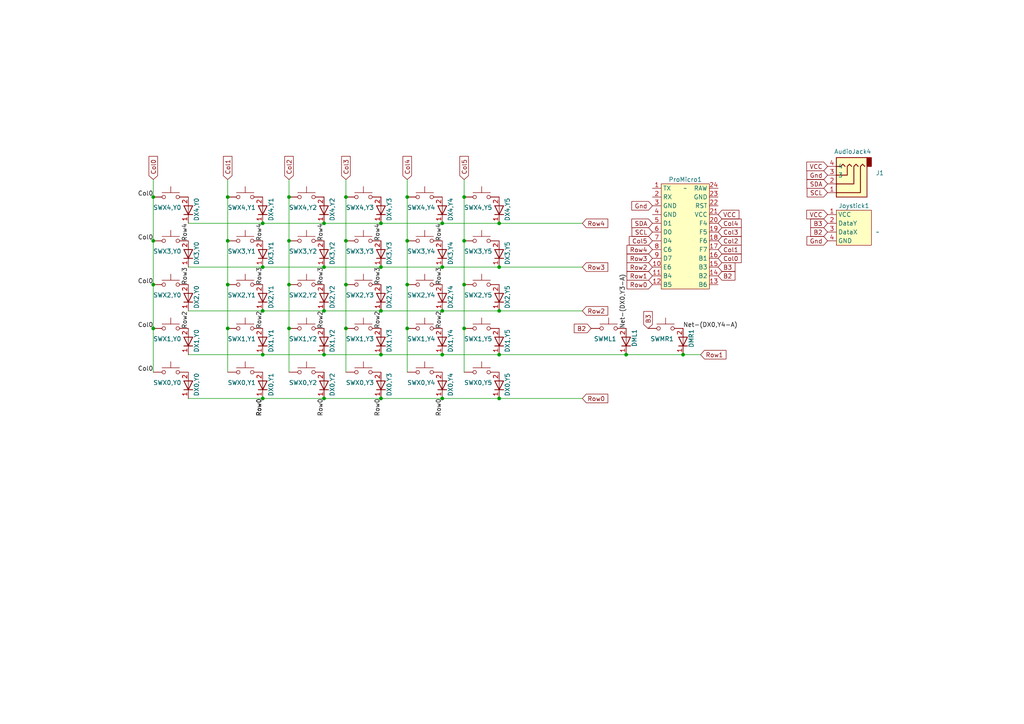
<source format=kicad_sch>
(kicad_sch (version 20231120) (generator "eeschema") (generator_version "8.0")
  (paper "A4")
  (lib_symbols
    (symbol "Arduino:Arduino_Promicro"
      (property "Reference" "ProMicro" (at 6.35 31.75 0))
      (symbol "Arduino_Promicro_0_1"
        (rectangle (start 0 30.48) (end 13.97 0) (fill (type background)))
      )
      (symbol "Arduino_Promicro_1_1"
        (pin bidirectional line (at -2.54 29.21 0) (length 2.54) (name "TX") (number "1"))
        (pin bidirectional line (at -2.54 6.35 0) (length 2.54) (name "E6") (number "10"))
        (pin bidirectional line (at -2.54 3.81 0) (length 2.54) (name "B4") (number "11"))
        (pin bidirectional line (at -2.54 1.27 0) (length 2.54) (name "B5") (number "12"))
        (pin bidirectional line (at 16.51 1.27 180) (length 2.54) (name "B6") (number "13"))
        (pin bidirectional line (at 16.51 3.81 180) (length 2.54) (name "B2") (number "14"))
        (pin bidirectional line (at 16.51 6.35 180) (length 2.54) (name "B3") (number "15"))
        (pin bidirectional line (at 16.51 8.89 180) (length 2.54) (name "B1") (number "16"))
        (pin bidirectional line (at 16.51 11.43 180) (length 2.54) (name "F7") (number "17"))
        (pin bidirectional line (at 16.51 13.97 180) (length 2.54) (name "F6") (number "18"))
        (pin bidirectional line (at 16.51 16.51 180) (length 2.54) (name "F5") (number "19"))
        (pin bidirectional line (at -2.54 26.67 0) (length 2.54) (name "RX") (number "2"))
        (pin bidirectional line (at 16.51 19.05 180) (length 2.54) (name "F4") (number "20"))
        (pin power_in line (at 16.51 21.59 180) (length 2.54) (name "VCC") (number "21"))
        (pin bidirectional line (at 16.51 24.13 180) (length 2.54) (name "RST") (number "22"))
        (pin bidirectional line (at 16.51 26.67 180) (length 2.54) (name "GND") (number "23"))
        (pin bidirectional line (at 16.51 29.21 180) (length 2.54) (name "RAW") (number "24"))
        (pin bidirectional line (at -2.54 24.13 0) (length 2.54) (name "GND") (number "3"))
        (pin bidirectional line (at -2.54 21.59 0) (length 2.54) (name "GND") (number "4"))
        (pin bidirectional line (at -2.54 19.05 0) (length 2.54) (name "D1") (number "5"))
        (pin bidirectional line (at -2.54 16.51 0) (length 2.54) (name "D0") (number "6"))
        (pin bidirectional line (at -2.54 13.97 0) (length 2.54) (name "D4") (number "7"))
        (pin bidirectional line (at -2.54 11.43 0) (length 2.54) (name "C6") (number "8"))
        (pin bidirectional line (at -2.54 8.89 0) (length 2.54) (name "D7") (number "9"))
      )
    )
    (symbol "Arduino:Joystick"
      (property "Reference" "Joystick" (at 5.08 11.43 0))
      (symbol "Joystick_1_1"
        (rectangle (start 0 10.16) (end 10.16 0) (fill (type background)))
        (pin power_in line (at -2.54 8.89 0) (length 2.54) (name "VCC") (number "1"))
        (pin output line (at -2.54 6.35 0) (length 2.54) (name "DataY") (number "2"))
        (pin output line (at -2.54 3.81 0) (length 2.54) (name "DataX") (number "3"))
        (pin bidirectional line (at -2.54 1.27 0) (length 2.54) (name "GND") (number "4"))
      )
    )
    (symbol "Connector_Audio:AudioJack4"
      (property "Reference" "J1" (at -8.89 -3.1751 0))
      (property "Value" "AudioJack4" (at -8.89 -0.6351 0))
      (symbol "AudioJack4_0_1"
        (rectangle (start -6.35 -5.08) (end -7.62 -7.62) (stroke (width 0.254)) (fill (type outline)))
        (polyline (pts (xy 0 -5.08) (xy 0.635 -5.715) (xy 1.27 -5.08) (xy 2.54 -5.08)) (stroke (width 0.254)))
        (polyline (pts (xy -5.715 -5.08) (xy -5.08 -5.715) (xy -4.445 -5.08) (xy -4.445 2.54) (xy 2.54 2.54)) (stroke (width 0.254)))
        (polyline (pts (xy -1.905 -5.08) (xy -1.27 -5.715) (xy -0.635 -5.08) (xy -0.635 -2.54) (xy 2.54 -2.54)) (stroke (width 0.254)))
        (polyline (pts (xy 2.54 0) (xy -2.54 0) (xy -2.54 -5.08) (xy -3.175 -5.715) (xy -3.81 -5.08)) (stroke (width 0.254)))
        (rectangle (start 2.54 3.81) (end -6.35 -7.62) (stroke (width 0.254)) (fill (type background)))
      )
      (symbol "AudioJack4_1_1"
        (pin passive line (at 5.08 2.54 180) (length 2.54) (name "~") (number "1"))
        (pin passive line (at 5.08 0 180) (length 2.54) (name "~") (number "2"))
        (pin passive line (at 5.08 -2.54 180) (length 2.54) (name "3") (number "3"))
        (pin passive line (at 5.08 -5.08 180) (length 2.54) (name "4") (number "4"))
      )
    )
    (symbol "Simulation_SPICE:D" (pin_names (offset 1.016) hide)
      (property "Reference" "D" (at 0 2.54 0))
      (property "Value" "D" (at 0 -2.54 0))
      (symbol "D_0_1"
        (polyline (pts (xy -1.27 1.27) (xy -1.27 -1.27)) (stroke (width 0.254)))
        (polyline (pts (xy 1.27 0) (xy -1.27 0)))
        (polyline (pts (xy 1.27 1.27) (xy 1.27 -1.27) (xy -1.27 0) (xy 1.27 1.27)) (stroke (width 0.254)))
      )
      (symbol "D_1_1"
        (pin passive line (at -3.81 0 0) (length 2.54) (name "K") (number "1"))
        (pin passive line (at 3.81 0 180) (length 2.54) (name "A") (number "2"))
      )
    )
    (symbol "Switch:SW_Push" (pin_numbers hide) (pin_names (offset 1.016) hide)
      (property "Reference" "SW" (at 1.27 2.54 0))
      (property "Value" "SW_Push" (at 0 -1.524 0))
      (symbol "SW_Push_0_1"
        (circle (center -2.032 0) (radius 0.508))
        (polyline (pts (xy 0 1.27) (xy 0 3.048)))
        (polyline (pts (xy 2.54 1.27) (xy -2.54 1.27)))
        (circle (center 2.032 0) (radius 0.508))
        (pin passive line (at -5.08 0 0) (length 2.54) (name "1") (number "1"))
        (pin passive line (at 5.08 0 180) (length 2.54) (name "2") (number "2"))
      )
    )
  )
  (junction (at 44.45 82.55))
  (junction (at 134.62 82.55))
  (junction (at 76.2 90.17))
  (junction (at 110.49 102.87))
  (junction (at 118.11 57.15))
  (junction (at 100.33 57.15))
  (junction (at 76.2 102.87))
  (junction (at 110.49 90.17))
  (junction (at 144.78 102.87))
  (junction (at 44.45 69.85))
  (junction (at 44.45 95.25))
  (junction (at 144.78 90.17))
  (junction (at 128.27 102.87))
  (junction (at 110.49 77.47))
  (junction (at 93.98 64.77))
  (junction (at 83.82 69.85))
  (junction (at 118.11 82.55))
  (junction (at 134.62 69.85))
  (junction (at 76.2 115.57))
  (junction (at 134.62 95.25))
  (junction (at 66.04 82.55))
  (junction (at 144.78 115.57))
  (junction (at 93.98 115.57))
  (junction (at 93.98 90.17))
  (junction (at 128.27 115.57))
  (junction (at 93.98 102.87))
  (junction (at 134.62 57.15))
  (junction (at 76.2 64.77))
  (junction (at 76.2 77.47))
  (junction (at 100.33 82.55))
  (junction (at 128.27 77.47))
  (junction (at 110.49 64.77))
  (junction (at 100.33 95.25))
  (junction (at 83.82 57.15))
  (junction (at 144.78 64.77))
  (junction (at 128.27 90.17))
  (junction (at 118.11 95.25))
  (junction (at 198.12 102.87))
  (junction (at 128.27 64.77))
  (junction (at 181.61 102.87))
  (junction (at 66.04 57.15))
  (junction (at 66.04 95.25))
  (junction (at 83.82 82.55))
  (junction (at 44.45 57.15))
  (junction (at 66.04 69.85))
  (junction (at 118.11 69.85))
  (junction (at 93.98 77.47))
  (junction (at 83.82 95.25))
  (junction (at 100.33 69.85))
  (junction (at 110.49 115.57))
  (junction (at 144.78 77.47))
  (wire (pts (xy 110.49 102.87) (xy 128.27 102.87)))
  (wire (pts (xy 93.98 77.47) (xy 110.49 77.47)))
  (wire (pts (xy 144.78 90.17) (xy 168.91 90.17)))
  (wire (pts (xy 134.62 95.25) (xy 134.62 107.95)))
  (wire (pts (xy 44.45 82.55) (xy 44.45 95.25)))
  (wire (pts (xy 66.04 57.15) (xy 66.04 69.85)))
  (wire (pts (xy 128.27 102.87) (xy 144.78 102.87)))
  (wire (pts (xy 128.27 90.17) (xy 144.78 90.17)))
  (wire (pts (xy 110.49 90.17) (xy 128.27 90.17)))
  (wire (pts (xy 134.62 52.07) (xy 134.62 57.15)))
  (wire (pts (xy 144.78 115.57) (xy 168.91 115.57)))
  (wire (pts (xy 100.33 95.25) (xy 100.33 107.95)))
  (wire (pts (xy 44.45 57.15) (xy 44.45 69.85)))
  (wire (pts (xy 118.11 52.07) (xy 118.11 57.15)))
  (wire (pts (xy 66.04 69.85) (xy 66.04 82.55)))
  (wire (pts (xy 100.33 57.15) (xy 100.33 69.85)))
  (wire (pts (xy 128.27 64.77) (xy 144.78 64.77)))
  (wire (pts (xy 128.27 115.57) (xy 144.78 115.57)))
  (wire (pts (xy 66.04 82.55) (xy 66.04 95.25)))
  (wire (pts (xy 93.98 102.87) (xy 110.49 102.87)))
  (wire (pts (xy 118.11 82.55) (xy 118.11 95.25)))
  (wire (pts (xy 100.33 69.85) (xy 100.33 82.55)))
  (wire (pts (xy 44.45 52.07) (xy 44.45 57.15)))
  (wire (pts (xy 118.11 95.25) (xy 118.11 107.95)))
  (wire (pts (xy 54.61 64.77) (xy 76.2 64.77)))
  (wire (pts (xy 144.78 77.47) (xy 168.91 77.47)))
  (wire (pts (xy 93.98 90.17) (xy 110.49 90.17)))
  (wire (pts (xy 144.78 64.77) (xy 168.91 64.77)))
  (wire (pts (xy 110.49 115.57) (xy 128.27 115.57)))
  (wire (pts (xy 44.45 95.25) (xy 44.45 107.95)))
  (wire (pts (xy 118.11 69.85) (xy 118.11 82.55)))
  (wire (pts (xy 134.62 69.85) (xy 134.62 82.55)))
  (wire (pts (xy 83.82 95.25) (xy 83.82 107.95)))
  (wire (pts (xy 83.82 82.55) (xy 83.82 95.25)))
  (wire (pts (xy 118.11 57.15) (xy 118.11 69.85)))
  (wire (pts (xy 54.61 102.87) (xy 76.2 102.87)))
  (wire (pts (xy 128.27 77.47) (xy 144.78 77.47)))
  (wire (pts (xy 83.82 52.07) (xy 83.82 57.15)))
  (wire (pts (xy 110.49 77.47) (xy 128.27 77.47)))
  (wire (pts (xy 83.82 69.85) (xy 83.82 82.55)))
  (wire (pts (xy 66.04 95.25) (xy 66.04 107.95)))
  (wire (pts (xy 76.2 64.77) (xy 93.98 64.77)))
  (wire (pts (xy 76.2 90.17) (xy 93.98 90.17)))
  (wire (pts (xy 198.12 102.87) (xy 203.2 102.87)))
  (wire (pts (xy 134.62 82.55) (xy 134.62 95.25)))
  (wire (pts (xy 93.98 64.77) (xy 110.49 64.77)))
  (wire (pts (xy 54.61 90.17) (xy 76.2 90.17)))
  (wire (pts (xy 144.78 102.87) (xy 181.61 102.87)))
  (wire (pts (xy 83.82 57.15) (xy 83.82 69.85)))
  (wire (pts (xy 134.62 57.15) (xy 134.62 69.85)))
  (wire (pts (xy 54.61 115.57) (xy 76.2 115.57)))
  (wire (pts (xy 54.61 77.47) (xy 76.2 77.47)))
  (wire (pts (xy 93.98 115.57) (xy 110.49 115.57)))
  (wire (pts (xy 66.04 52.07) (xy 66.04 57.15)))
  (wire (pts (xy 44.45 69.85) (xy 44.45 82.55)))
  (wire (pts (xy 76.2 77.47) (xy 93.98 77.47)))
  (wire (pts (xy 110.49 64.77) (xy 128.27 64.77)))
  (wire (pts (xy 100.33 82.55) (xy 100.33 95.25)))
  (wire (pts (xy 76.2 102.87) (xy 93.98 102.87)))
  (wire (pts (xy 76.2 115.57) (xy 93.98 115.57)))
  (wire (pts (xy 100.33 52.07) (xy 100.33 57.15)))
  (wire (pts (xy 181.61 102.87) (xy 198.12 102.87)))
  (label "Row0" (at 76.2 115.57 270))
  (label "Row2" (at 76.2 90.17 270))
  (label "Row2" (at 93.98 90.17 270))
  (label "Net-(DX0,Y4-A)" (at 198.12 95.25 0))
  (label "Row3" (at 110.49 77.47 270))
  (label "Row2" (at 110.49 90.17 270))
  (label "Col0" (at 44.45 107.95 180))
  (label "Row3" (at 128.27 77.47 270))
  (label "Net-(DX0,Y3-A)" (at 181.61 95.25 90))
  (label "Row3" (at 93.98 77.47 270))
  (label "Row2" (at 128.27 90.17 270))
  (label "Row0" (at 76.2 115.57 270))
  (label "Row4" (at 93.98 64.77 270))
  (label "Row3" (at 54.61 77.47 270))
  (label "Row4" (at 76.2 64.77 270))
  (label "Row0" (at 110.49 115.57 270))
  (label "Row2" (at 54.61 90.17 270))
  (label "Row4" (at 110.49 64.77 270))
  (label "Row0" (at 93.98 115.57 270))
  (label "Col0" (at 44.45 82.55 180))
  (label "Col0" (at 44.45 57.15 180))
  (label "Row0" (at 128.27 115.57 270))
  (label "Col0" (at 44.45 95.25 180))
  (label "Row4" (at 54.61 64.77 270))
  (label "Row3" (at 76.2 77.47 270))
  (label "Col0" (at 44.45 69.85 180))
  (label "Row4" (at 128.27 64.77 270))
  (global_label "Col2" (shape input) (at 83.82 52.07 90) (property "Intersheetrefs" "${INTERSHEET_REFS}" (effects (hide yes))))
  (global_label "Row1" (shape input) (at 189.23 80.01 180) (property "Intersheetrefs" "${INTERSHEET_REFS}" (effects (hide yes))))
  (global_label "Row3" (shape input) (at 168.91 77.47 0) (property "Intersheetrefs" "${INTERSHEET_REFS}" (effects (hide yes))))
  (global_label "Row0" (shape input) (at 168.91 115.57 0) (property "Intersheetrefs" "${INTERSHEET_REFS}" (effects (hide yes))))
  (global_label "Col0" (shape input) (at 44.45 52.07 90) (property "Intersheetrefs" "${INTERSHEET_REFS}" (effects (hide yes))))
  (global_label "VCC" (shape input) (at 240.03 48.26 180) (property "Intersheetrefs" "${INTERSHEET_REFS}" (effects (hide yes))))
  (global_label "Col3" (shape input) (at 208.28 67.31 0) (property "Intersheetrefs" "${INTERSHEET_REFS}" (effects (hide yes))))
  (global_label "Col2" (shape input) (at 208.28 69.85 0) (property "Intersheetrefs" "${INTERSHEET_REFS}" (effects (hide yes))))
  (global_label "Row4" (shape input) (at 168.91 64.77 0) (property "Intersheetrefs" "${INTERSHEET_REFS}" (effects (hide yes))))
  (global_label "Col4" (shape input) (at 118.11 52.07 90) (property "Intersheetrefs" "${INTERSHEET_REFS}" (effects (hide yes))))
  (global_label "Row3" (shape input) (at 189.23 74.93 180) (property "Intersheetrefs" "${INTERSHEET_REFS}" (effects (hide yes))))
  (global_label "Col3" (shape input) (at 100.33 52.07 90) (property "Intersheetrefs" "${INTERSHEET_REFS}" (effects (hide yes))))
  (global_label "B2" (shape input) (at 171.45 95.25 180) (property "Intersheetrefs" "${INTERSHEET_REFS}" (effects (hide yes))))
  (global_label "SDA" (shape input) (at 240.03 53.34 180) (property "Intersheetrefs" "${INTERSHEET_REFS}" (effects (hide yes))))
  (global_label "Col0" (shape input) (at 208.28 74.93 0) (property "Intersheetrefs" "${INTERSHEET_REFS}" (effects (hide yes))))
  (global_label "VCC" (shape input) (at 240.03 62.23 180) (property "Intersheetrefs" "${INTERSHEET_REFS}" (effects (hide yes))))
  (global_label "Row0" (shape input) (at 189.23 82.55 180) (property "Intersheetrefs" "${INTERSHEET_REFS}" (effects (hide yes))))
  (global_label "Gnd" (shape input) (at 240.03 50.8 180) (property "Intersheetrefs" "${INTERSHEET_REFS}" (effects (hide yes))))
  (global_label "Row4" (shape input) (at 189.23 72.39 180) (property "Intersheetrefs" "${INTERSHEET_REFS}" (effects (hide yes))))
  (global_label "B2" (shape input) (at 208.28 80.01 0) (property "Intersheetrefs" "${INTERSHEET_REFS}" (effects (hide yes))))
  (global_label "SDA" (shape input) (at 189.23 64.77 180) (property "Intersheetrefs" "${INTERSHEET_REFS}" (effects (hide yes))))
  (global_label "Col5" (shape input) (at 189.23 69.85 180) (property "Intersheetrefs" "${INTERSHEET_REFS}" (effects (hide yes))))
  (global_label "B3" (shape input) (at 187.96 95.25 90) (property "Intersheetrefs" "${INTERSHEET_REFS}" (effects (hide yes))))
  (global_label "Row1" (shape input) (at 203.2 102.87 0) (property "Intersheetrefs" "${INTERSHEET_REFS}" (effects (hide yes))))
  (global_label "SCL" (shape input) (at 189.23 67.31 180) (property "Intersheetrefs" "${INTERSHEET_REFS}" (effects (hide yes))))
  (global_label "SCL" (shape input) (at 240.03 55.88 180) (property "Intersheetrefs" "${INTERSHEET_REFS}" (effects (hide yes))))
  (global_label "VCC" (shape input) (at 208.28 62.23 0) (property "Intersheetrefs" "${INTERSHEET_REFS}" (effects (hide yes))))
  (global_label "B2" (shape input) (at 240.03 67.31 180) (property "Intersheetrefs" "${INTERSHEET_REFS}" (effects (hide yes))))
  (global_label "B3" (shape input) (at 208.28 77.47 0) (property "Intersheetrefs" "${INTERSHEET_REFS}" (effects (hide yes))))
  (global_label "Col1" (shape input) (at 208.28 72.39 0) (property "Intersheetrefs" "${INTERSHEET_REFS}" (effects (hide yes))))
  (global_label "Gnd" (shape input) (at 189.23 59.69 180) (property "Intersheetrefs" "${INTERSHEET_REFS}" (effects (hide yes))))
  (global_label "Row2" (shape input) (at 168.91 90.17 0) (property "Intersheetrefs" "${INTERSHEET_REFS}" (effects (hide yes))))
  (global_label "B3" (shape input) (at 240.03 64.77 180) (property "Intersheetrefs" "${INTERSHEET_REFS}" (effects (hide yes))))
  (global_label "Row2" (shape input) (at 189.23 77.47 180) (property "Intersheetrefs" "${INTERSHEET_REFS}" (effects (hide yes))))
  (global_label "Gnd" (shape input) (at 240.03 69.85 180) (property "Intersheetrefs" "${INTERSHEET_REFS}" (effects (hide yes))))
  (global_label "Col1" (shape input) (at 66.04 52.07 90) (property "Intersheetrefs" "${INTERSHEET_REFS}" (effects (hide yes))))
  (global_label "Col4" (shape input) (at 208.28 64.77 0) (property "Intersheetrefs" "${INTERSHEET_REFS}" (effects (hide yes))))
  (global_label "Col5" (shape input) (at 134.62 52.07 90) (property "Intersheetrefs" "${INTERSHEET_REFS}" (effects (hide yes))))
  (symbol (lib_id "Switch:SW_Push") (at 88.9 57.15 0) (unit 1)
    (property "Reference" "SWX4,Y2" (at 87.884 60.198 0))
    (property "Footprint" "keyswitches.pretty-master:Kailh_socket_PG1350_optional_reversible" (effects (hide yes)))
  )
  (symbol (lib_id "Switch:SW_Push") (at 139.7 69.85 0) (unit 1)
    (property "Reference" "SWX3,Y5" (at 138.684 72.898 0))
    (property "Footprint" "keyswitches.pretty-master:Kailh_socket_PG1350_optional_reversible" (effects (hide yes)))
  )
  (symbol (lib_id "Switch:SW_Push") (at 71.12 57.15 0) (unit 1)
    (property "Reference" "SWX4,Y1" (at 70.104 60.198 0))
    (property "Footprint" "keyswitches.pretty-master:Kailh_socket_PG1350_optional_reversible" (effects (hide yes)))
  )
  (symbol (lib_id "Switch:SW_Push") (at 139.7 82.55 0) (unit 1)
    (property "Reference" "SWX2,Y5" (at 138.684 85.598 0))
    (property "Footprint" "keyswitches.pretty-master:Kailh_socket_PG1350_optional_reversible" (effects (hide yes)))
  )
  (symbol (lib_id "Switch:SW_Push") (at 123.19 82.55 0) (unit 1)
    (property "Reference" "SWX2,Y4" (at 122.174 85.598 0))
    (property "Footprint" "keyswitches.pretty-master:Kailh_socket_PG1350_optional_reversible" (effects (hide yes)))
  )
  (symbol (lib_id "Simulation_SPICE:D") (at 128.27 86.36 90) (unit 1)
    (property "Reference" "DX2,Y4" (at 130.6667 82.7405 0) (effects (justify right)))
    (property "Footprint" "Custom:D_SOD-123_bothside" (effects (hide yes)))
    (property "Sim.Pins" "1=K 2=A" (effects (hide yes)))
  )
  (symbol (lib_id "Switch:SW_Push") (at 105.41 107.95 0) (unit 1)
    (property "Reference" "SWX0,Y3" (at 104.394 110.998 0))
    (property "Footprint" "keyswitches.pretty-master:Kailh_socket_PG1350_optional_reversible" (effects (hide yes)))
  )
  (symbol (lib_id "Arduino:Joystick") (at 242.57 71.12 0) (unit 1)
    (property "Reference" "Joystick1" (at 243.1821 59.69 0) (effects (justify left)))
    (property "Value" "~" (at 254 67.31 0) (effects (justify left)))
    (property "Footprint" "arduino:joystick" (effects (hide yes)))
  )
  (symbol (lib_id "Simulation_SPICE:D") (at 54.61 99.06 90) (unit 1)
    (property "Reference" "DX1,Y0" (at 57.0067 95.4405 0) (effects (justify right)))
    (property "Footprint" "Custom:D_SOD-123_bothside" (effects (hide yes)))
    (property "Sim.Pins" "1=K 2=A" (effects (hide yes)))
  )
  (symbol (lib_id "Simulation_SPICE:D") (at 110.49 60.96 90) (unit 1)
    (property "Reference" "DX4,Y3" (at 112.8867 57.3405 0) (effects (justify right)))
    (property "Footprint" "Custom:D_SOD-123_bothside" (effects (hide yes)))
    (property "Sim.Pins" "1=K 2=A" (effects (hide yes)))
  )
  (symbol (lib_id "Switch:SW_Push") (at 123.19 107.95 0) (unit 1)
    (property "Reference" "SWX0,Y4" (at 122.174 110.998 0))
    (property "Footprint" "keyswitches.pretty-master:Kailh_socket_PG1350_optional_reversible" (effects (hide yes)))
  )
  (symbol (lib_id "Simulation_SPICE:D") (at 76.2 60.96 90) (unit 1)
    (property "Reference" "DX4,Y1" (at 78.5967 57.3405 0) (effects (justify right)))
    (property "Footprint" "Custom:D_SOD-123_bothside" (effects (hide yes)))
    (property "Sim.Pins" "1=K 2=A" (effects (hide yes)))
  )
  (symbol (lib_id "Switch:SW_Push") (at 123.19 57.15 0) (unit 1)
    (property "Reference" "SWX4,Y4" (at 122.174 60.198 0))
    (property "Footprint" "keyswitches.pretty-master:Kailh_socket_PG1350_optional_reversible" (effects (hide yes)))
  )
  (symbol (lib_id "Simulation_SPICE:D") (at 76.2 86.36 90) (unit 1)
    (property "Reference" "DX2,Y1" (at 78.5967 82.7405 0) (effects (justify right)))
    (property "Footprint" "Custom:D_SOD-123_bothside" (effects (hide yes)))
    (property "Sim.Pins" "1=K 2=A" (effects (hide yes)))
  )
  (symbol (lib_id "Switch:SW_Push") (at 105.41 82.55 0) (unit 1)
    (property "Reference" "SWX2,Y3" (at 104.394 85.598 0))
    (property "Footprint" "keyswitches.pretty-master:Kailh_socket_PG1350_optional_reversible" (effects (hide yes)))
  )
  (symbol (lib_id "Simulation_SPICE:D") (at 54.61 60.96 90) (unit 1)
    (property "Reference" "DX4,Y0" (at 57.0067 57.3405 0) (effects (justify right)))
    (property "Footprint" "Custom:D_SOD-123_bothside" (effects (hide yes)))
    (property "Sim.Pins" "1=K 2=A" (effects (hide yes)))
  )
  (symbol (lib_id "Simulation_SPICE:D") (at 181.61 99.06 90) (unit 1)
    (property "Reference" "DML1" (at 184.0067 95.4405 0) (effects (justify right)))
    (property "Footprint" "Custom:D_SOD-123_bothside" (effects (hide yes)))
    (property "Sim.Pins" "1=K 2=A" (effects (hide yes)))
  )
  (symbol (lib_id "Switch:SW_Push") (at 105.41 69.85 0) (unit 1)
    (property "Reference" "SWX3,Y3" (at 104.394 72.898 0))
    (property "Footprint" "keyswitches.pretty-master:Kailh_socket_PG1350_optional_reversible" (effects (hide yes)))
  )
  (symbol (lib_id "Simulation_SPICE:D") (at 144.78 99.06 90) (unit 1)
    (property "Reference" "DX1,Y5" (at 147.1767 95.4405 0) (effects (justify right)))
    (property "Footprint" "Custom:D_SOD-123_bothside" (effects (hide yes)))
    (property "Sim.Pins" "1=K 2=A" (effects (hide yes)))
  )
  (symbol (lib_id "Simulation_SPICE:D") (at 128.27 60.96 90) (unit 1)
    (property "Reference" "DX4,Y4" (at 130.6667 57.3405 0) (effects (justify right)))
    (property "Footprint" "Custom:D_SOD-123_bothside" (effects (hide yes)))
    (property "Sim.Pins" "1=K 2=A" (effects (hide yes)))
  )
  (symbol (lib_id "Switch:SW_Push") (at 105.41 95.25 0) (unit 1)
    (property "Reference" "SWX1,Y3" (at 104.394 98.298 0))
    (property "Footprint" "keyswitches.pretty-master:Kailh_socket_PG1350_optional_reversible" (effects (hide yes)))
  )
  (symbol (lib_id "Simulation_SPICE:D") (at 128.27 73.66 90) (unit 1)
    (property "Reference" "DX3,Y4" (at 130.6667 70.0405 0) (effects (justify right)))
    (property "Footprint" "Custom:D_SOD-123_bothside" (effects (hide yes)))
    (property "Sim.Pins" "1=K 2=A" (effects (hide yes)))
  )
  (symbol (lib_id "Simulation_SPICE:D") (at 144.78 86.36 90) (unit 1)
    (property "Reference" "DX2,Y5" (at 147.1767 82.7405 0) (effects (justify right)))
    (property "Footprint" "Custom:D_SOD-123_bothside" (effects (hide yes)))
    (property "Sim.Pins" "1=K 2=A" (effects (hide yes)))
  )
  (symbol (lib_id "Simulation_SPICE:D") (at 93.98 73.66 90) (unit 1)
    (property "Reference" "DX3,Y2" (at 96.3767 70.0405 0) (effects (justify right)))
    (property "Footprint" "Custom:D_SOD-123_bothside" (effects (hide yes)))
    (property "Sim.Pins" "1=K 2=A" (effects (hide yes)))
  )
  (symbol (lib_id "Switch:SW_Push") (at 123.19 69.85 0) (unit 1)
    (property "Reference" "SWX3,Y4" (at 122.174 72.898 0))
    (property "Footprint" "keyswitches.pretty-master:Kailh_socket_PG1350_optional_reversible" (effects (hide yes)))
  )
  (symbol (lib_id "Simulation_SPICE:D") (at 76.2 111.76 90) (unit 1)
    (property "Reference" "DX0,Y1" (at 78.5967 108.1405 0) (effects (justify right)))
    (property "Footprint" "Custom:D_SOD-123_bothside" (effects (hide yes)))
    (property "Sim.Pins" "1=K 2=A" (effects (hide yes)))
  )
  (symbol (lib_id "Simulation_SPICE:D") (at 93.98 60.96 90) (unit 1)
    (property "Reference" "DX4,Y2" (at 96.3767 57.3405 0) (effects (justify right)))
    (property "Footprint" "Custom:D_SOD-123_bothside" (effects (hide yes)))
    (property "Sim.Pins" "1=K 2=A" (effects (hide yes)))
  )
  (symbol (lib_id "Switch:SW_Push") (at 49.53 57.15 0) (unit 1)
    (property "Reference" "SWX4,Y0" (at 48.514 60.198 0))
    (property "Footprint" "keyswitches.pretty-master:Kailh_socket_PG1350_optional_reversible" (effects (hide yes)))
  )
  (symbol (lib_id "Simulation_SPICE:D") (at 198.12 99.06 90) (unit 1)
    (property "Reference" "DMR1" (at 200.5167 95.4405 0) (effects (justify right)))
    (property "Footprint" "Custom:D_SOD-123_bothside" (effects (hide yes)))
    (property "Sim.Pins" "1=K 2=A" (effects (hide yes)))
  )
  (symbol (lib_id "Switch:SW_Push") (at 176.53 95.25 0) (unit 1)
    (property "Reference" "SWML1" (at 175.514 98.298 0))
    (property "Footprint" "keyswitches.pretty-master:Kailh_socket_PG1350_optional_reversible" (effects (hide yes)))
  )
  (symbol (lib_id "Simulation_SPICE:D") (at 128.27 99.06 90) (unit 1)
    (property "Reference" "DX1,Y4" (at 130.6667 95.4405 0) (effects (justify right)))
    (property "Footprint" "Custom:D_SOD-123_bothside" (effects (hide yes)))
    (property "Sim.Pins" "1=K 2=A" (effects (hide yes)))
  )
  (symbol (lib_id "Simulation_SPICE:D") (at 110.49 86.36 90) (unit 1)
    (property "Reference" "DX2,Y3" (at 112.8867 82.7405 0) (effects (justify right)))
    (property "Footprint" "Custom:D_SOD-123_bothside" (effects (hide yes)))
    (property "Sim.Pins" "1=K 2=A" (effects (hide yes)))
  )
  (symbol (lib_id "Simulation_SPICE:D") (at 110.49 73.66 90) (unit 1)
    (property "Reference" "DX3,Y3" (at 112.8867 70.0405 0) (effects (justify right)))
    (property "Footprint" "Custom:D_SOD-123_bothside" (effects (hide yes)))
    (property "Sim.Pins" "1=K 2=A" (effects (hide yes)))
  )
  (symbol (lib_id "Simulation_SPICE:D") (at 54.61 73.66 90) (unit 1)
    (property "Reference" "DX3,Y0" (at 57.0067 70.0405 0) (effects (justify right)))
    (property "Footprint" "Custom:D_SOD-123_bothside" (effects (hide yes)))
    (property "Sim.Pins" "1=K 2=A" (effects (hide yes)))
  )
  (symbol (lib_id "Switch:SW_Push") (at 71.12 107.95 0) (unit 1)
    (property "Reference" "SWX0,Y1" (at 70.104 110.998 0))
    (property "Footprint" "keyswitches.pretty-master:Kailh_socket_PG1350_optional_reversible" (effects (hide yes)))
  )
  (symbol (lib_id "Switch:SW_Push") (at 139.7 107.95 0) (unit 1)
    (property "Reference" "SWX0,Y5" (at 138.684 110.998 0))
    (property "Footprint" "keyswitches.pretty-master:Kailh_socket_PG1350_optional_reversible" (effects (hide yes)))
  )
  (symbol (lib_id "Simulation_SPICE:D") (at 54.61 86.36 90) (unit 1)
    (property "Reference" "DX2,Y0" (at 57.0067 82.7405 0) (effects (justify right)))
    (property "Footprint" "Custom:D_SOD-123_bothside" (effects (hide yes)))
    (property "Sim.Pins" "1=K 2=A" (effects (hide yes)))
  )
  (symbol (lib_id "Simulation_SPICE:D") (at 93.98 99.06 90) (unit 1)
    (property "Reference" "DX1,Y2" (at 96.3767 95.4405 0) (effects (justify right)))
    (property "Footprint" "Custom:D_SOD-123_bothside" (effects (hide yes)))
    (property "Sim.Pins" "1=K 2=A" (effects (hide yes)))
  )
  (symbol (lib_id "Simulation_SPICE:D") (at 110.49 99.06 90) (unit 1)
    (property "Reference" "DX1,Y3" (at 112.8867 95.4405 0) (effects (justify right)))
    (property "Footprint" "Custom:D_SOD-123_bothside" (effects (hide yes)))
    (property "Sim.Pins" "1=K 2=A" (effects (hide yes)))
  )
  (symbol (lib_id "Switch:SW_Push") (at 105.41 57.15 0) (unit 1)
    (property "Reference" "SWX4,Y3" (at 104.394 60.198 0))
    (property "Footprint" "keyswitches.pretty-master:Kailh_socket_PG1350_optional_reversible" (effects (hide yes)))
  )
  (symbol (lib_id "Switch:SW_Push") (at 139.7 95.25 0) (unit 1)
    (property "Reference" "SWX1,Y5" (at 138.684 98.298 0))
    (property "Footprint" "keyswitches.pretty-master:Kailh_socket_PG1350_optional_reversible" (effects (hide yes)))
  )
  (symbol (lib_id "Simulation_SPICE:D") (at 93.98 111.76 90) (unit 1)
    (property "Reference" "DX0,Y2" (at 96.3767 108.1405 0) (effects (justify right)))
    (property "Footprint" "Custom:D_SOD-123_bothside" (effects (hide yes)))
    (property "Sim.Pins" "1=K 2=A" (effects (hide yes)))
  )
  (symbol (lib_id "Simulation_SPICE:D") (at 144.78 73.66 90) (unit 1)
    (property "Reference" "DX3,Y5" (at 147.1767 70.0405 0) (effects (justify right)))
    (property "Footprint" "Custom:D_SOD-123_bothside" (effects (hide yes)))
    (property "Sim.Pins" "1=K 2=A" (effects (hide yes)))
  )
  (symbol (lib_id "Arduino:Arduino_Promicro") (at 191.77 83.82 0) (unit 1)
    (property "Reference" "ProMicro1" (at 198.755 52.07 0))
    (property "Value" "~" (at 198.755 54.61 0))
    (property "Footprint" "Keebio-Parts.pretty-master:ArduinoProMicro" (effects (hide yes)))
  )
  (symbol (lib_id "Switch:SW_Push") (at 49.53 69.85 0) (unit 1)
    (property "Reference" "SWX3,Y0" (at 48.514 72.898 0))
    (property "Footprint" "keyswitches.pretty-master:Kailh_socket_PG1350_optional_reversible" (effects (hide yes)))
  )
  (symbol (lib_id "Switch:SW_Push") (at 193.04 95.25 0) (unit 1)
    (property "Reference" "SWMR1" (at 192.024 98.298 0))
    (property "Footprint" "keyswitches.pretty-master:Kailh_socket_PG1350_optional_reversible" (effects (hide yes)))
  )
  (symbol (lib_id "Switch:SW_Push") (at 88.9 69.85 0) (unit 1)
    (property "Reference" "SWX3,Y2" (at 87.884 72.898 0))
    (property "Footprint" "keyswitches.pretty-master:Kailh_socket_PG1350_optional_reversible" (effects (hide yes)))
  )
  (symbol (lib_id "Simulation_SPICE:D") (at 110.49 111.76 90) (unit 1)
    (property "Reference" "DX0,Y3" (at 112.8867 108.1405 0) (effects (justify right)))
    (property "Footprint" "Custom:D_SOD-123_bothside" (effects (hide yes)))
    (property "Sim.Pins" "1=K 2=A" (effects (hide yes)))
  )
  (symbol (lib_id "Switch:SW_Push") (at 139.7 57.15 0) (unit 1)
    (property "Reference" "SWX4,Y5" (at 138.684 60.198 0))
    (property "Footprint" "keyswitches.pretty-master:Kailh_socket_PG1350_optional_reversible" (effects (hide yes)))
  )
  (symbol (lib_id "Simulation_SPICE:D") (at 128.27 111.76 90) (unit 1)
    (property "Reference" "DX0,Y4" (at 130.6667 108.1405 0) (effects (justify right)))
    (property "Footprint" "Custom:D_SOD-123_bothside" (effects (hide yes)))
    (property "Sim.Pins" "1=K 2=A" (effects (hide yes)))
  )
  (symbol (lib_id "Switch:SW_Push") (at 88.9 82.55 0) (unit 1)
    (property "Reference" "SWX2,Y2" (at 87.884 85.598 0))
    (property "Footprint" "keyswitches.pretty-master:Kailh_socket_PG1350_optional_reversible" (effects (hide yes)))
  )
  (symbol (lib_id "Simulation_SPICE:D") (at 144.78 60.96 90) (unit 1)
    (property "Reference" "DX4,Y5" (at 147.1767 57.3405 0) (effects (justify right)))
    (property "Footprint" "Custom:D_SOD-123_bothside" (effects (hide yes)))
    (property "Sim.Pins" "1=K 2=A" (effects (hide yes)))
  )
  (symbol (lib_id "Switch:SW_Push") (at 88.9 95.25 0) (unit 1)
    (property "Reference" "SWX1,Y2" (at 87.884 98.298 0))
    (property "Footprint" "keyswitches.pretty-master:Kailh_socket_PG1350_optional_reversible" (effects (hide yes)))
  )
  (symbol (lib_id "Switch:SW_Push") (at 49.53 107.95 0) (unit 1)
    (property "Reference" "SWX0,Y0" (at 48.514 110.998 0))
    (property "Footprint" "keyswitches.pretty-master:Kailh_socket_PG1350_optional_reversible" (effects (hide yes)))
  )
  (symbol (lib_id "Switch:SW_Push") (at 71.12 69.85 0) (unit 1)
    (property "Reference" "SWX3,Y1" (at 70.104 72.898 0))
    (property "Footprint" "keyswitches.pretty-master:Kailh_socket_PG1350_optional_reversible" (effects (hide yes)))
  )
  (symbol (lib_id "Switch:SW_Push") (at 123.19 95.25 0) (unit 1)
    (property "Reference" "SWX1,Y4" (at 122.174 98.298 0))
    (property "Footprint" "keyswitches.pretty-master:Kailh_socket_PG1350_optional_reversible" (effects (hide yes)))
  )
  (symbol (lib_id "Switch:SW_Push") (at 71.12 82.55 0) (unit 1)
    (property "Reference" "SWX2,Y1" (at 70.104 85.598 0))
    (property "Footprint" "keyswitches.pretty-master:Kailh_socket_PG1350_optional_reversible" (effects (hide yes)))
  )
  (symbol (lib_id "Switch:SW_Push") (at 49.53 95.25 0) (unit 1)
    (property "Reference" "SWX1,Y0" (at 48.514 98.298 0))
    (property "Footprint" "keyswitches.pretty-master:Kailh_socket_PG1350_optional_reversible" (effects (hide yes)))
  )
  (symbol (lib_id "Simulation_SPICE:D") (at 144.78 111.76 90) (unit 1)
    (property "Reference" "DX0,Y5" (at 147.1767 108.1405 0) (effects (justify right)))
    (property "Footprint" "Custom:D_SOD-123_bothside" (effects (hide yes)))
    (property "Sim.Pins" "1=K 2=A" (effects (hide yes)))
  )
  (symbol (lib_id "Simulation_SPICE:D") (at 76.2 99.06 90) (unit 1)
    (property "Reference" "DX1,Y1" (at 78.5967 95.4405 0) (effects (justify right)))
    (property "Footprint" "Custom:D_SOD-123_bothside" (effects (hide yes)))
    (property "Sim.Pins" "1=K 2=A" (effects (hide yes)))
  )
  (symbol (lib_id "Switch:SW_Push") (at 88.9 107.95 0) (unit 1)
    (property "Reference" "SWX0,Y2" (at 87.884 110.998 0))
    (property "Footprint" "keyswitches.pretty-master:Kailh_socket_PG1350_optional_reversible" (effects (hide yes)))
  )
  (symbol (lib_id "Simulation_SPICE:D") (at 76.2 73.66 90) (unit 1)
    (property "Reference" "DX3,Y1" (at 78.5967 70.0405 0) (effects (justify right)))
    (property "Footprint" "Custom:D_SOD-123_bothside" (effects (hide yes)))
    (property "Sim.Pins" "1=K 2=A" (effects (hide yes)))
  )
  (symbol (lib_id "Simulation_SPICE:D") (at 93.98 86.36 90) (unit 1)
    (property "Reference" "DX2,Y2" (at 96.3767 82.7405 0) (effects (justify right)))
    (property "Footprint" "Custom:D_SOD-123_bothside" (effects (hide yes)))
    (property "Sim.Pins" "1=K 2=A" (effects (hide yes)))
  )
  (symbol (lib_id "Connector_Audio:AudioJack4") (at 245.11 53.34 180) (unit 1)
    (property "Reference" "J1" (at 254 50.1649 0) (effects (justify right)))
    (property "Value" "AudioJack4" (at 241.9121 43.9526 0) (effects (justify right)))
    (property "Footprint" "arduino:TRRS-PJ-320A-dual" (effects (hide yes)))
    (property "Description" "Audio Jack, 4 Poles (TRRS)" (effects (hide yes)))
  )
  (symbol (lib_id "Switch:SW_Push") (at 49.53 82.55 0) (unit 1)
    (property "Reference" "SWX2,Y0" (at 48.514 85.598 0))
    (property "Footprint" "keyswitches.pretty-master:Kailh_socket_PG1350_optional_reversible" (effects (hide yes)))
  )
  (symbol (lib_id "Switch:SW_Push") (at 71.12 95.25 0) (unit 1)
    (property "Reference" "SWX1,Y1" (at 70.104 98.298 0))
    (property "Footprint" "keyswitches.pretty-master:Kailh_socket_PG1350_optional_reversible" (effects (hide yes)))
  )
  (symbol (lib_id "Simulation_SPICE:D") (at 54.61 111.76 90) (unit 1)
    (property "Reference" "DX0,Y0" (at 57.0067 108.1405 0) (effects (justify right)))
    (property "Footprint" "Custom:D_SOD-123_bothside" (effects (hide yes)))
    (property "Sim.Pins" "1=K 2=A" (effects (hide yes)))
  )
)
</source>
